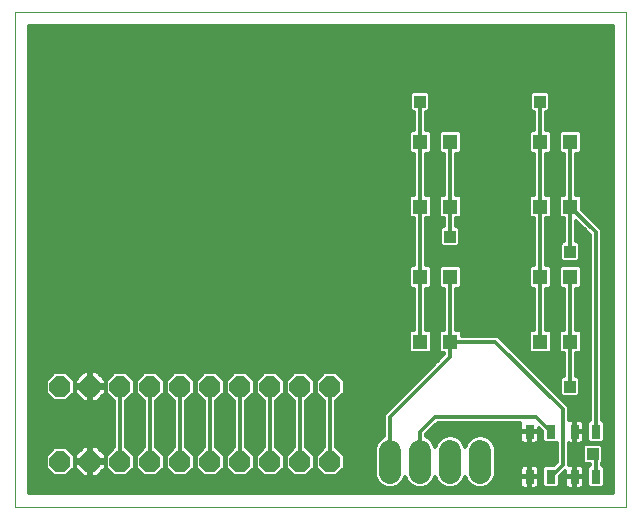
<source format=gtl>
G75*
%MOIN*%
%OFA0B0*%
%FSLAX24Y24*%
%IPPOS*%
%LPD*%
%AMOC8*
5,1,8,0,0,1.08239X$1,22.5*
%
%ADD10C,0.0000*%
%ADD11C,0.0740*%
%ADD12R,0.0500X0.0500*%
%ADD13OC8,0.0700*%
%ADD14R,0.0315X0.0472*%
%ADD15C,0.0120*%
%ADD16R,0.0396X0.0396*%
D10*
X001160Y002160D02*
X001160Y018656D01*
X021530Y018656D01*
X021530Y002160D01*
X001160Y002160D01*
D11*
X013660Y003290D02*
X013660Y004030D01*
X014660Y004030D02*
X014660Y003290D01*
X015660Y003290D02*
X015660Y004030D01*
X016660Y004030D02*
X016660Y003290D01*
D12*
X015660Y007660D03*
X014660Y007660D03*
X014660Y009820D03*
X015660Y009820D03*
X015660Y012160D03*
X014660Y012160D03*
X014660Y014320D03*
X015660Y014320D03*
X018660Y014320D03*
X019660Y014320D03*
X019660Y012160D03*
X018660Y012160D03*
X018660Y009820D03*
X019660Y009820D03*
X019660Y007660D03*
X018660Y007660D03*
D13*
X011660Y006160D03*
X010660Y006160D03*
X009660Y006160D03*
X008660Y006160D03*
X007660Y006160D03*
X006660Y006160D03*
X005660Y006160D03*
X004660Y006160D03*
X003660Y006160D03*
X002660Y006160D03*
X002660Y003660D03*
X003660Y003660D03*
X004660Y003660D03*
X005660Y003660D03*
X006660Y003660D03*
X007660Y003660D03*
X008660Y003660D03*
X009660Y003660D03*
X010660Y003660D03*
X011660Y003660D03*
D14*
X018306Y003160D03*
X019014Y003160D03*
X019806Y003160D03*
X020514Y003160D03*
X020514Y004660D03*
X019806Y004660D03*
X019014Y004660D03*
X018306Y004660D03*
D15*
X018324Y004649D02*
X018717Y004649D01*
X018717Y004675D02*
X018717Y004366D01*
X018799Y004284D01*
X019210Y004284D01*
X019210Y003639D01*
X019108Y003536D01*
X018799Y003536D01*
X018717Y003454D01*
X018717Y002866D01*
X018799Y002784D01*
X019230Y002784D01*
X019312Y002866D01*
X019312Y003175D01*
X019488Y003351D01*
X019488Y003179D01*
X019787Y003179D01*
X019787Y003556D01*
X019627Y003556D01*
X019610Y003552D01*
X019610Y004268D01*
X019627Y004264D01*
X019787Y004264D01*
X019787Y004641D01*
X019824Y004641D01*
X019824Y004264D01*
X019984Y004264D01*
X020025Y004275D01*
X020061Y004296D01*
X020091Y004326D01*
X020112Y004362D01*
X020123Y004403D01*
X020123Y004641D01*
X019824Y004641D01*
X019824Y004679D01*
X019787Y004679D01*
X019787Y005056D01*
X019627Y005056D01*
X019610Y005052D01*
X019610Y005493D01*
X017360Y007743D01*
X017243Y007860D01*
X016050Y007860D01*
X016050Y007968D01*
X015968Y008050D01*
X015860Y008050D01*
X015860Y009430D01*
X015968Y009430D01*
X016050Y009512D01*
X016050Y010128D01*
X015968Y010210D01*
X015352Y010210D01*
X015270Y010128D01*
X015270Y009512D01*
X015352Y009430D01*
X015460Y009430D01*
X015460Y008050D01*
X015352Y008050D01*
X015270Y007968D01*
X015270Y007352D01*
X015352Y007270D01*
X015460Y007270D01*
X015460Y007243D01*
X013577Y005360D01*
X013460Y005243D01*
X013460Y004499D01*
X013371Y004462D01*
X013228Y004319D01*
X013150Y004131D01*
X013150Y003189D01*
X013228Y003001D01*
X013371Y002858D01*
X013559Y002780D01*
X013761Y002780D01*
X013949Y002858D01*
X014092Y003001D01*
X014160Y003164D01*
X014228Y003001D01*
X014371Y002858D01*
X014559Y002780D01*
X014761Y002780D01*
X014949Y002858D01*
X015092Y003001D01*
X015160Y003164D01*
X015228Y003001D01*
X015371Y002858D01*
X015559Y002780D01*
X015761Y002780D01*
X015949Y002858D01*
X016092Y003001D01*
X016160Y003164D01*
X016228Y003001D01*
X016371Y002858D01*
X016559Y002780D01*
X016761Y002780D01*
X016949Y002858D01*
X017092Y003001D01*
X017170Y003189D01*
X017170Y004131D01*
X017092Y004319D01*
X016949Y004462D01*
X016761Y004540D01*
X016559Y004540D01*
X016371Y004462D01*
X016228Y004319D01*
X016160Y004156D01*
X016092Y004319D01*
X015949Y004462D01*
X015761Y004540D01*
X015559Y004540D01*
X015371Y004462D01*
X015228Y004319D01*
X015160Y004156D01*
X015092Y004319D01*
X014949Y004462D01*
X014860Y004499D01*
X014860Y004577D01*
X015243Y004960D01*
X018000Y004960D01*
X017999Y004958D01*
X017988Y004917D01*
X017988Y004679D01*
X018287Y004679D01*
X018287Y004641D01*
X018324Y004641D01*
X018324Y004264D01*
X018484Y004264D01*
X018525Y004275D01*
X018561Y004296D01*
X018591Y004326D01*
X018612Y004362D01*
X018623Y004403D01*
X018623Y004641D01*
X018324Y004641D01*
X018324Y004679D01*
X018623Y004679D01*
X018623Y004768D01*
X018717Y004675D01*
X018624Y004767D02*
X018623Y004767D01*
X018623Y004530D02*
X018717Y004530D01*
X018717Y004412D02*
X018623Y004412D01*
X018557Y004293D02*
X018790Y004293D01*
X019014Y004660D02*
X018514Y005160D01*
X015160Y005160D01*
X014660Y004660D01*
X014660Y003660D01*
X015137Y003108D02*
X015183Y003108D01*
X015239Y002990D02*
X015081Y002990D01*
X014962Y002871D02*
X015358Y002871D01*
X015962Y002871D02*
X016358Y002871D01*
X016239Y002990D02*
X016081Y002990D01*
X016137Y003108D02*
X016183Y003108D01*
X016962Y002871D02*
X017997Y002871D01*
X017999Y002862D02*
X018020Y002826D01*
X018050Y002796D01*
X018086Y002775D01*
X018127Y002764D01*
X018287Y002764D01*
X018287Y003141D01*
X018324Y003141D01*
X018324Y002764D01*
X018484Y002764D01*
X018525Y002775D01*
X018561Y002796D01*
X018591Y002826D01*
X018612Y002862D01*
X018623Y002903D01*
X018623Y003141D01*
X018324Y003141D01*
X018324Y003179D01*
X018287Y003179D01*
X018287Y003556D01*
X018127Y003556D01*
X018086Y003545D01*
X018050Y003524D01*
X018020Y003494D01*
X017999Y003458D01*
X017988Y003417D01*
X017988Y003179D01*
X018287Y003179D01*
X018287Y003141D01*
X017988Y003141D01*
X017988Y002903D01*
X017999Y002862D01*
X017988Y002990D02*
X017081Y002990D01*
X017137Y003108D02*
X017988Y003108D01*
X017988Y003227D02*
X017170Y003227D01*
X017170Y003345D02*
X017988Y003345D01*
X018002Y003464D02*
X017170Y003464D01*
X017170Y003582D02*
X019153Y003582D01*
X019210Y003701D02*
X017170Y003701D01*
X017170Y003819D02*
X019210Y003819D01*
X019210Y003938D02*
X017170Y003938D01*
X017170Y004056D02*
X019210Y004056D01*
X019210Y004175D02*
X017152Y004175D01*
X017103Y004293D02*
X018055Y004293D01*
X018050Y004296D02*
X018086Y004275D01*
X018127Y004264D01*
X018287Y004264D01*
X018287Y004641D01*
X017988Y004641D01*
X017988Y004403D01*
X017999Y004362D01*
X018020Y004326D01*
X018050Y004296D01*
X017988Y004412D02*
X017000Y004412D01*
X016786Y004530D02*
X017988Y004530D01*
X017988Y004767D02*
X015050Y004767D01*
X015168Y004886D02*
X017988Y004886D01*
X018287Y004649D02*
X014931Y004649D01*
X014860Y004530D02*
X015534Y004530D01*
X015320Y004412D02*
X015000Y004412D01*
X015103Y004293D02*
X015217Y004293D01*
X015168Y004175D02*
X015152Y004175D01*
X015786Y004530D02*
X016534Y004530D01*
X016320Y004412D02*
X016000Y004412D01*
X016103Y004293D02*
X016217Y004293D01*
X016168Y004175D02*
X016152Y004175D01*
X014358Y002871D02*
X013962Y002871D01*
X014081Y002990D02*
X014239Y002990D01*
X014183Y003108D02*
X014137Y003108D01*
X013660Y003660D02*
X013660Y005160D01*
X015660Y007160D01*
X015660Y007660D01*
X017160Y007660D01*
X019410Y005410D01*
X019410Y003556D01*
X019014Y003160D01*
X018717Y003108D02*
X018623Y003108D01*
X018623Y003179D02*
X018623Y003417D01*
X018612Y003458D01*
X018591Y003494D01*
X018561Y003524D01*
X018525Y003545D01*
X018484Y003556D01*
X018324Y003556D01*
X018324Y003179D01*
X018623Y003179D01*
X018623Y003227D02*
X018717Y003227D01*
X018717Y003345D02*
X018623Y003345D01*
X018609Y003464D02*
X018726Y003464D01*
X018324Y003464D02*
X018287Y003464D01*
X018287Y003345D02*
X018324Y003345D01*
X018324Y003227D02*
X018287Y003227D01*
X018287Y003108D02*
X018324Y003108D01*
X018324Y002990D02*
X018287Y002990D01*
X018287Y002871D02*
X018324Y002871D01*
X018615Y002871D02*
X018717Y002871D01*
X018717Y002990D02*
X018623Y002990D01*
X019312Y002990D02*
X019488Y002990D01*
X019488Y002903D02*
X019499Y002862D01*
X019520Y002826D01*
X019550Y002796D01*
X019586Y002775D01*
X019627Y002764D01*
X019787Y002764D01*
X019787Y003141D01*
X019824Y003141D01*
X019824Y002764D01*
X019984Y002764D01*
X020025Y002775D01*
X020061Y002796D01*
X020091Y002826D01*
X020112Y002862D01*
X020123Y002903D01*
X020123Y003141D01*
X019824Y003141D01*
X019824Y003179D01*
X019787Y003179D01*
X019787Y003141D01*
X019488Y003141D01*
X019488Y002903D01*
X019497Y002871D02*
X019312Y002871D01*
X019312Y003108D02*
X019488Y003108D01*
X019488Y003227D02*
X019364Y003227D01*
X019482Y003345D02*
X019488Y003345D01*
X019610Y003582D02*
X020144Y003582D01*
X020154Y003572D02*
X020314Y003572D01*
X020314Y003536D01*
X020299Y003536D01*
X020217Y003454D01*
X020217Y002866D01*
X020299Y002784D01*
X020730Y002784D01*
X020812Y002866D01*
X020812Y003454D01*
X020730Y003536D01*
X020714Y003536D01*
X020714Y003620D01*
X020748Y003654D01*
X020748Y004166D01*
X020666Y004248D01*
X020154Y004248D01*
X020072Y004166D01*
X020072Y003654D01*
X020154Y003572D01*
X020091Y003494D02*
X020061Y003524D01*
X020025Y003545D01*
X019984Y003556D01*
X019824Y003556D01*
X019824Y003179D01*
X020123Y003179D01*
X020123Y003417D01*
X020112Y003458D01*
X020091Y003494D01*
X020109Y003464D02*
X020226Y003464D01*
X020217Y003345D02*
X020123Y003345D01*
X020123Y003227D02*
X020217Y003227D01*
X020217Y003108D02*
X020123Y003108D01*
X020123Y002990D02*
X020217Y002990D01*
X020217Y002871D02*
X020115Y002871D01*
X019824Y002871D02*
X019787Y002871D01*
X019787Y002990D02*
X019824Y002990D01*
X019824Y003108D02*
X019787Y003108D01*
X019787Y003227D02*
X019824Y003227D01*
X019824Y003345D02*
X019787Y003345D01*
X019787Y003464D02*
X019824Y003464D01*
X019610Y003701D02*
X020072Y003701D01*
X020072Y003819D02*
X019610Y003819D01*
X019610Y003938D02*
X020072Y003938D01*
X020072Y004056D02*
X019610Y004056D01*
X019610Y004175D02*
X020080Y004175D01*
X020057Y004293D02*
X020290Y004293D01*
X020299Y004284D02*
X020730Y004284D01*
X020812Y004366D01*
X020812Y004954D01*
X020730Y005036D01*
X020714Y005036D01*
X020714Y011389D01*
X020050Y012053D01*
X020050Y012468D01*
X019968Y012550D01*
X019860Y012550D01*
X019860Y013930D01*
X019968Y013930D01*
X020050Y014012D01*
X020050Y014628D01*
X019968Y014710D01*
X019352Y014710D01*
X019270Y014628D01*
X019270Y014012D01*
X019352Y013930D01*
X019460Y013930D01*
X019460Y012550D01*
X019352Y012550D01*
X019270Y012468D01*
X019270Y011852D01*
X019352Y011770D01*
X019460Y011770D01*
X019460Y010998D01*
X019404Y010998D01*
X019322Y010916D01*
X019322Y010404D01*
X019404Y010322D01*
X019916Y010322D01*
X019998Y010404D01*
X019998Y010916D01*
X019916Y010998D01*
X019860Y010998D01*
X019860Y011677D01*
X020314Y011223D01*
X020314Y005036D01*
X020299Y005036D01*
X020217Y004954D01*
X020217Y004366D01*
X020299Y004284D01*
X020217Y004412D02*
X020123Y004412D01*
X020123Y004530D02*
X020217Y004530D01*
X020217Y004649D02*
X019824Y004649D01*
X019824Y004679D02*
X020123Y004679D01*
X020123Y004917D01*
X020112Y004958D01*
X020091Y004994D01*
X020061Y005024D01*
X020025Y005045D01*
X019984Y005056D01*
X019824Y005056D01*
X019824Y004679D01*
X019824Y004767D02*
X019787Y004767D01*
X019787Y004886D02*
X019824Y004886D01*
X019824Y005004D02*
X019787Y005004D01*
X019610Y005123D02*
X020314Y005123D01*
X020314Y005241D02*
X019610Y005241D01*
X019610Y005360D02*
X020314Y005360D01*
X020314Y005478D02*
X019610Y005478D01*
X019506Y005597D02*
X020314Y005597D01*
X020314Y005715D02*
X019388Y005715D01*
X019404Y005822D02*
X019322Y005904D01*
X019322Y006416D01*
X019404Y006498D01*
X019460Y006498D01*
X019460Y007270D01*
X019352Y007270D01*
X019270Y007352D01*
X019270Y007968D01*
X019352Y008050D01*
X019460Y008050D01*
X019460Y009430D01*
X019352Y009430D01*
X019270Y009512D01*
X019270Y010128D01*
X019352Y010210D01*
X019968Y010210D01*
X020050Y010128D01*
X020050Y009512D01*
X019968Y009430D01*
X019860Y009430D01*
X019860Y008050D01*
X019968Y008050D01*
X020050Y007968D01*
X020050Y007352D01*
X019968Y007270D01*
X019860Y007270D01*
X019860Y006498D01*
X019916Y006498D01*
X019998Y006416D01*
X019998Y005904D01*
X019916Y005822D01*
X019404Y005822D01*
X019392Y005834D02*
X019269Y005834D01*
X019322Y005952D02*
X019151Y005952D01*
X019032Y006071D02*
X019322Y006071D01*
X019322Y006189D02*
X018914Y006189D01*
X018795Y006308D02*
X019322Y006308D01*
X019332Y006426D02*
X018677Y006426D01*
X018558Y006545D02*
X019460Y006545D01*
X019460Y006663D02*
X018440Y006663D01*
X018321Y006782D02*
X019460Y006782D01*
X019460Y006900D02*
X018203Y006900D01*
X018084Y007019D02*
X019460Y007019D01*
X019460Y007137D02*
X017966Y007137D01*
X017847Y007256D02*
X019460Y007256D01*
X019270Y007374D02*
X019050Y007374D01*
X019050Y007352D02*
X019050Y007968D01*
X018968Y008050D01*
X018860Y008050D01*
X018860Y009430D01*
X018968Y009430D01*
X019050Y009512D01*
X019050Y010128D01*
X018968Y010210D01*
X018860Y010210D01*
X018860Y011770D01*
X018968Y011770D01*
X019050Y011852D01*
X019050Y012468D01*
X018968Y012550D01*
X018860Y012550D01*
X018860Y013930D01*
X018968Y013930D01*
X019050Y014012D01*
X019050Y014628D01*
X018968Y014710D01*
X018860Y014710D01*
X018860Y015322D01*
X018916Y015322D01*
X018998Y015404D01*
X018998Y015916D01*
X018916Y015998D01*
X018404Y015998D01*
X018322Y015916D01*
X018322Y015404D01*
X018404Y015322D01*
X018460Y015322D01*
X018460Y014710D01*
X018352Y014710D01*
X018270Y014628D01*
X018270Y014012D01*
X018352Y013930D01*
X018460Y013930D01*
X018460Y012550D01*
X018352Y012550D01*
X018270Y012468D01*
X018270Y011852D01*
X018352Y011770D01*
X018460Y011770D01*
X018460Y010210D01*
X018352Y010210D01*
X018270Y010128D01*
X018270Y009512D01*
X018352Y009430D01*
X018460Y009430D01*
X018460Y008050D01*
X018352Y008050D01*
X018270Y007968D01*
X018270Y007352D01*
X018352Y007270D01*
X018968Y007270D01*
X019050Y007352D01*
X019050Y007493D02*
X019270Y007493D01*
X019270Y007611D02*
X019050Y007611D01*
X019050Y007730D02*
X019270Y007730D01*
X019270Y007848D02*
X019050Y007848D01*
X019050Y007967D02*
X019270Y007967D01*
X019460Y008085D02*
X018860Y008085D01*
X018860Y008204D02*
X019460Y008204D01*
X019460Y008322D02*
X018860Y008322D01*
X018860Y008441D02*
X019460Y008441D01*
X019460Y008559D02*
X018860Y008559D01*
X018860Y008678D02*
X019460Y008678D01*
X019460Y008796D02*
X018860Y008796D01*
X018860Y008915D02*
X019460Y008915D01*
X019460Y009033D02*
X018860Y009033D01*
X018860Y009152D02*
X019460Y009152D01*
X019460Y009270D02*
X018860Y009270D01*
X018860Y009389D02*
X019460Y009389D01*
X019275Y009507D02*
X019045Y009507D01*
X019050Y009626D02*
X019270Y009626D01*
X019270Y009744D02*
X019050Y009744D01*
X019050Y009863D02*
X019270Y009863D01*
X019270Y009981D02*
X019050Y009981D01*
X019050Y010100D02*
X019270Y010100D01*
X019389Y010337D02*
X018860Y010337D01*
X018860Y010455D02*
X019322Y010455D01*
X019322Y010574D02*
X018860Y010574D01*
X018860Y010692D02*
X019322Y010692D01*
X019322Y010811D02*
X018860Y010811D01*
X018860Y010929D02*
X019335Y010929D01*
X019460Y011048D02*
X018860Y011048D01*
X018860Y011166D02*
X019460Y011166D01*
X019460Y011285D02*
X018860Y011285D01*
X018860Y011403D02*
X019460Y011403D01*
X019460Y011522D02*
X018860Y011522D01*
X018860Y011640D02*
X019460Y011640D01*
X019460Y011759D02*
X018860Y011759D01*
X019050Y011877D02*
X019270Y011877D01*
X019270Y011996D02*
X019050Y011996D01*
X019050Y012114D02*
X019270Y012114D01*
X019270Y012233D02*
X019050Y012233D01*
X019050Y012351D02*
X019270Y012351D01*
X019272Y012470D02*
X019048Y012470D01*
X018860Y012588D02*
X019460Y012588D01*
X019460Y012707D02*
X018860Y012707D01*
X018860Y012825D02*
X019460Y012825D01*
X019460Y012944D02*
X018860Y012944D01*
X018860Y013062D02*
X019460Y013062D01*
X019460Y013181D02*
X018860Y013181D01*
X018860Y013299D02*
X019460Y013299D01*
X019460Y013418D02*
X018860Y013418D01*
X018860Y013536D02*
X019460Y013536D01*
X019460Y013655D02*
X018860Y013655D01*
X018860Y013773D02*
X019460Y013773D01*
X019460Y013892D02*
X018860Y013892D01*
X019048Y014010D02*
X019272Y014010D01*
X019270Y014129D02*
X019050Y014129D01*
X019050Y014247D02*
X019270Y014247D01*
X019270Y014366D02*
X019050Y014366D01*
X019050Y014484D02*
X019270Y014484D01*
X019270Y014603D02*
X019050Y014603D01*
X018860Y014721D02*
X021070Y014721D01*
X021070Y014603D02*
X020050Y014603D01*
X020050Y014484D02*
X021070Y014484D01*
X021070Y014366D02*
X020050Y014366D01*
X020050Y014247D02*
X021070Y014247D01*
X021070Y014129D02*
X020050Y014129D01*
X020048Y014010D02*
X021070Y014010D01*
X021070Y013892D02*
X019860Y013892D01*
X019860Y013773D02*
X021070Y013773D01*
X021070Y013655D02*
X019860Y013655D01*
X019860Y013536D02*
X021070Y013536D01*
X021070Y013418D02*
X019860Y013418D01*
X019860Y013299D02*
X021070Y013299D01*
X021070Y013181D02*
X019860Y013181D01*
X019860Y013062D02*
X021070Y013062D01*
X021070Y012944D02*
X019860Y012944D01*
X019860Y012825D02*
X021070Y012825D01*
X021070Y012707D02*
X019860Y012707D01*
X019860Y012588D02*
X021070Y012588D01*
X021070Y012470D02*
X020048Y012470D01*
X020050Y012351D02*
X021070Y012351D01*
X021070Y012233D02*
X020050Y012233D01*
X020050Y012114D02*
X021070Y012114D01*
X021070Y011996D02*
X020107Y011996D01*
X020226Y011877D02*
X021070Y011877D01*
X021070Y011759D02*
X020344Y011759D01*
X020463Y011640D02*
X021070Y011640D01*
X021070Y011522D02*
X020581Y011522D01*
X020700Y011403D02*
X021070Y011403D01*
X021070Y011285D02*
X020714Y011285D01*
X020714Y011166D02*
X021070Y011166D01*
X021070Y011048D02*
X020714Y011048D01*
X020714Y010929D02*
X021070Y010929D01*
X021070Y010811D02*
X020714Y010811D01*
X020714Y010692D02*
X021070Y010692D01*
X021070Y010574D02*
X020714Y010574D01*
X020714Y010455D02*
X021070Y010455D01*
X021070Y010337D02*
X020714Y010337D01*
X020714Y010218D02*
X021070Y010218D01*
X021070Y010100D02*
X020714Y010100D01*
X020714Y009981D02*
X021070Y009981D01*
X021070Y009863D02*
X020714Y009863D01*
X020714Y009744D02*
X021070Y009744D01*
X021070Y009626D02*
X020714Y009626D01*
X020714Y009507D02*
X021070Y009507D01*
X021070Y009389D02*
X020714Y009389D01*
X020714Y009270D02*
X021070Y009270D01*
X021070Y009152D02*
X020714Y009152D01*
X020714Y009033D02*
X021070Y009033D01*
X021070Y008915D02*
X020714Y008915D01*
X020714Y008796D02*
X021070Y008796D01*
X021070Y008678D02*
X020714Y008678D01*
X020714Y008559D02*
X021070Y008559D01*
X021070Y008441D02*
X020714Y008441D01*
X020714Y008322D02*
X021070Y008322D01*
X021070Y008204D02*
X020714Y008204D01*
X020714Y008085D02*
X021070Y008085D01*
X021070Y007967D02*
X020714Y007967D01*
X020714Y007848D02*
X021070Y007848D01*
X021070Y007730D02*
X020714Y007730D01*
X020714Y007611D02*
X021070Y007611D01*
X021070Y007493D02*
X020714Y007493D01*
X020714Y007374D02*
X021070Y007374D01*
X021070Y007256D02*
X020714Y007256D01*
X020714Y007137D02*
X021070Y007137D01*
X021070Y007019D02*
X020714Y007019D01*
X020714Y006900D02*
X021070Y006900D01*
X021070Y006782D02*
X020714Y006782D01*
X020714Y006663D02*
X021070Y006663D01*
X021070Y006545D02*
X020714Y006545D01*
X020714Y006426D02*
X021070Y006426D01*
X021070Y006308D02*
X020714Y006308D01*
X020714Y006189D02*
X021070Y006189D01*
X021070Y006071D02*
X020714Y006071D01*
X020714Y005952D02*
X021070Y005952D01*
X021070Y005834D02*
X020714Y005834D01*
X020714Y005715D02*
X021070Y005715D01*
X021070Y005597D02*
X020714Y005597D01*
X020714Y005478D02*
X021070Y005478D01*
X021070Y005360D02*
X020714Y005360D01*
X020714Y005241D02*
X021070Y005241D01*
X021070Y005123D02*
X020714Y005123D01*
X020762Y005004D02*
X021070Y005004D01*
X021070Y004886D02*
X020812Y004886D01*
X020812Y004767D02*
X021070Y004767D01*
X021070Y004649D02*
X020812Y004649D01*
X020812Y004530D02*
X021070Y004530D01*
X021070Y004412D02*
X020812Y004412D01*
X020739Y004293D02*
X021070Y004293D01*
X021070Y004175D02*
X020740Y004175D01*
X020748Y004056D02*
X021070Y004056D01*
X021070Y003938D02*
X020748Y003938D01*
X020748Y003819D02*
X021070Y003819D01*
X021070Y003701D02*
X020748Y003701D01*
X020714Y003582D02*
X021070Y003582D01*
X021070Y003464D02*
X020803Y003464D01*
X020812Y003345D02*
X021070Y003345D01*
X021070Y003227D02*
X020812Y003227D01*
X020812Y003108D02*
X021070Y003108D01*
X021070Y002990D02*
X020812Y002990D01*
X020812Y002871D02*
X021070Y002871D01*
X021070Y002753D02*
X001620Y002753D01*
X001620Y002871D02*
X013358Y002871D01*
X013239Y002990D02*
X001620Y002990D01*
X001620Y003108D02*
X013183Y003108D01*
X013150Y003227D02*
X011919Y003227D01*
X011863Y003170D02*
X012150Y003457D01*
X012150Y003863D01*
X011863Y004150D01*
X011860Y004150D01*
X011860Y005670D01*
X011863Y005670D01*
X012150Y005957D01*
X012150Y006363D01*
X011863Y006650D01*
X011457Y006650D01*
X011170Y006363D01*
X011170Y005957D01*
X011457Y005670D01*
X011460Y005670D01*
X011460Y004150D01*
X011457Y004150D01*
X011170Y003863D01*
X011170Y003457D01*
X011457Y003170D01*
X011863Y003170D01*
X012038Y003345D02*
X013150Y003345D01*
X013150Y003464D02*
X012150Y003464D01*
X012150Y003582D02*
X013150Y003582D01*
X013150Y003701D02*
X012150Y003701D01*
X012150Y003819D02*
X013150Y003819D01*
X013150Y003938D02*
X012075Y003938D01*
X011957Y004056D02*
X013150Y004056D01*
X013168Y004175D02*
X011860Y004175D01*
X011860Y004293D02*
X013217Y004293D01*
X013320Y004412D02*
X011860Y004412D01*
X011860Y004530D02*
X013460Y004530D01*
X013460Y004649D02*
X011860Y004649D01*
X011860Y004767D02*
X013460Y004767D01*
X013460Y004886D02*
X011860Y004886D01*
X011860Y005004D02*
X013460Y005004D01*
X013460Y005123D02*
X011860Y005123D01*
X011860Y005241D02*
X013460Y005241D01*
X013577Y005360D02*
X011860Y005360D01*
X011860Y005478D02*
X013695Y005478D01*
X013814Y005597D02*
X011860Y005597D01*
X011908Y005715D02*
X013932Y005715D01*
X014051Y005834D02*
X012026Y005834D01*
X012145Y005952D02*
X014169Y005952D01*
X014288Y006071D02*
X012150Y006071D01*
X012150Y006189D02*
X014406Y006189D01*
X014525Y006308D02*
X012150Y006308D01*
X012087Y006426D02*
X014643Y006426D01*
X014762Y006545D02*
X011968Y006545D01*
X011660Y006160D02*
X011660Y003660D01*
X011282Y003345D02*
X011038Y003345D01*
X011150Y003457D02*
X010863Y003170D01*
X010457Y003170D01*
X010170Y003457D01*
X010170Y003863D01*
X010457Y004150D01*
X010460Y004150D01*
X010460Y005670D01*
X010457Y005670D01*
X010170Y005957D01*
X010170Y006363D01*
X010457Y006650D01*
X010863Y006650D01*
X011150Y006363D01*
X011150Y005957D01*
X010863Y005670D01*
X010860Y005670D01*
X010860Y004150D01*
X010863Y004150D01*
X011150Y003863D01*
X011150Y003457D01*
X011150Y003464D02*
X011170Y003464D01*
X011170Y003582D02*
X011150Y003582D01*
X011150Y003701D02*
X011170Y003701D01*
X011170Y003819D02*
X011150Y003819D01*
X011075Y003938D02*
X011245Y003938D01*
X011363Y004056D02*
X010957Y004056D01*
X010860Y004175D02*
X011460Y004175D01*
X011460Y004293D02*
X010860Y004293D01*
X010860Y004412D02*
X011460Y004412D01*
X011460Y004530D02*
X010860Y004530D01*
X010860Y004649D02*
X011460Y004649D01*
X011460Y004767D02*
X010860Y004767D01*
X010860Y004886D02*
X011460Y004886D01*
X011460Y005004D02*
X010860Y005004D01*
X010860Y005123D02*
X011460Y005123D01*
X011460Y005241D02*
X010860Y005241D01*
X010860Y005360D02*
X011460Y005360D01*
X011460Y005478D02*
X010860Y005478D01*
X010860Y005597D02*
X011460Y005597D01*
X011412Y005715D02*
X010908Y005715D01*
X011026Y005834D02*
X011294Y005834D01*
X011175Y005952D02*
X011145Y005952D01*
X011150Y006071D02*
X011170Y006071D01*
X011170Y006189D02*
X011150Y006189D01*
X011150Y006308D02*
X011170Y006308D01*
X011233Y006426D02*
X011087Y006426D01*
X010968Y006545D02*
X011352Y006545D01*
X010660Y006160D02*
X010660Y003660D01*
X010282Y003345D02*
X010038Y003345D01*
X010150Y003457D02*
X010150Y003863D01*
X009863Y004150D01*
X009860Y004150D01*
X009860Y005670D01*
X009863Y005670D01*
X010150Y005957D01*
X010150Y006363D01*
X009863Y006650D01*
X009457Y006650D01*
X009170Y006363D01*
X009170Y005957D01*
X009457Y005670D01*
X009460Y005670D01*
X009460Y004150D01*
X009457Y004150D01*
X009170Y003863D01*
X009170Y003457D01*
X009457Y003170D01*
X009863Y003170D01*
X010150Y003457D01*
X010150Y003464D02*
X010170Y003464D01*
X010170Y003582D02*
X010150Y003582D01*
X010150Y003701D02*
X010170Y003701D01*
X010170Y003819D02*
X010150Y003819D01*
X010075Y003938D02*
X010245Y003938D01*
X010363Y004056D02*
X009957Y004056D01*
X009860Y004175D02*
X010460Y004175D01*
X010460Y004293D02*
X009860Y004293D01*
X009860Y004412D02*
X010460Y004412D01*
X010460Y004530D02*
X009860Y004530D01*
X009860Y004649D02*
X010460Y004649D01*
X010460Y004767D02*
X009860Y004767D01*
X009860Y004886D02*
X010460Y004886D01*
X010460Y005004D02*
X009860Y005004D01*
X009860Y005123D02*
X010460Y005123D01*
X010460Y005241D02*
X009860Y005241D01*
X009860Y005360D02*
X010460Y005360D01*
X010460Y005478D02*
X009860Y005478D01*
X009860Y005597D02*
X010460Y005597D01*
X010412Y005715D02*
X009908Y005715D01*
X010026Y005834D02*
X010294Y005834D01*
X010175Y005952D02*
X010145Y005952D01*
X010150Y006071D02*
X010170Y006071D01*
X010170Y006189D02*
X010150Y006189D01*
X010150Y006308D02*
X010170Y006308D01*
X010233Y006426D02*
X010087Y006426D01*
X009968Y006545D02*
X010352Y006545D01*
X009660Y006160D02*
X009660Y003660D01*
X009170Y003701D02*
X009150Y003701D01*
X009150Y003819D02*
X009170Y003819D01*
X009150Y003863D02*
X008863Y004150D01*
X008860Y004150D01*
X008860Y005670D01*
X008863Y005670D01*
X009150Y005957D01*
X009150Y006363D01*
X008863Y006650D01*
X008457Y006650D01*
X008170Y006363D01*
X008170Y005957D01*
X008457Y005670D01*
X008460Y005670D01*
X008460Y004150D01*
X008457Y004150D01*
X008170Y003863D01*
X008170Y003457D01*
X008457Y003170D01*
X008863Y003170D01*
X009150Y003457D01*
X009150Y003863D01*
X009075Y003938D02*
X009245Y003938D01*
X009363Y004056D02*
X008957Y004056D01*
X008860Y004175D02*
X009460Y004175D01*
X009460Y004293D02*
X008860Y004293D01*
X008860Y004412D02*
X009460Y004412D01*
X009460Y004530D02*
X008860Y004530D01*
X008860Y004649D02*
X009460Y004649D01*
X009460Y004767D02*
X008860Y004767D01*
X008860Y004886D02*
X009460Y004886D01*
X009460Y005004D02*
X008860Y005004D01*
X008860Y005123D02*
X009460Y005123D01*
X009460Y005241D02*
X008860Y005241D01*
X008860Y005360D02*
X009460Y005360D01*
X009460Y005478D02*
X008860Y005478D01*
X008860Y005597D02*
X009460Y005597D01*
X009412Y005715D02*
X008908Y005715D01*
X009026Y005834D02*
X009294Y005834D01*
X009175Y005952D02*
X009145Y005952D01*
X009150Y006071D02*
X009170Y006071D01*
X009170Y006189D02*
X009150Y006189D01*
X009150Y006308D02*
X009170Y006308D01*
X009233Y006426D02*
X009087Y006426D01*
X008968Y006545D02*
X009352Y006545D01*
X008660Y006160D02*
X008660Y003660D01*
X009038Y003345D02*
X009282Y003345D01*
X009170Y003464D02*
X009150Y003464D01*
X009150Y003582D02*
X009170Y003582D01*
X009401Y003227D02*
X008919Y003227D01*
X008401Y003227D02*
X007919Y003227D01*
X007863Y003170D02*
X008150Y003457D01*
X008150Y003863D01*
X007863Y004150D01*
X007860Y004150D01*
X007860Y005670D01*
X007863Y005670D01*
X008150Y005957D01*
X008150Y006363D01*
X007863Y006650D01*
X007457Y006650D01*
X007170Y006363D01*
X007170Y005957D01*
X007457Y005670D01*
X007460Y005670D01*
X007460Y004150D01*
X007457Y004150D01*
X007170Y003863D01*
X007170Y003457D01*
X007457Y003170D01*
X007863Y003170D01*
X008038Y003345D02*
X008282Y003345D01*
X008170Y003464D02*
X008150Y003464D01*
X008150Y003582D02*
X008170Y003582D01*
X008170Y003701D02*
X008150Y003701D01*
X008150Y003819D02*
X008170Y003819D01*
X008245Y003938D02*
X008075Y003938D01*
X007957Y004056D02*
X008363Y004056D01*
X008460Y004175D02*
X007860Y004175D01*
X007860Y004293D02*
X008460Y004293D01*
X008460Y004412D02*
X007860Y004412D01*
X007860Y004530D02*
X008460Y004530D01*
X008460Y004649D02*
X007860Y004649D01*
X007860Y004767D02*
X008460Y004767D01*
X008460Y004886D02*
X007860Y004886D01*
X007860Y005004D02*
X008460Y005004D01*
X008460Y005123D02*
X007860Y005123D01*
X007860Y005241D02*
X008460Y005241D01*
X008460Y005360D02*
X007860Y005360D01*
X007860Y005478D02*
X008460Y005478D01*
X008460Y005597D02*
X007860Y005597D01*
X007908Y005715D02*
X008412Y005715D01*
X008294Y005834D02*
X008026Y005834D01*
X008145Y005952D02*
X008175Y005952D01*
X008170Y006071D02*
X008150Y006071D01*
X008150Y006189D02*
X008170Y006189D01*
X008170Y006308D02*
X008150Y006308D01*
X008087Y006426D02*
X008233Y006426D01*
X008352Y006545D02*
X007968Y006545D01*
X007660Y006160D02*
X007660Y003660D01*
X007282Y003345D02*
X007038Y003345D01*
X007150Y003457D02*
X006863Y003170D01*
X006457Y003170D01*
X006170Y003457D01*
X006170Y003863D01*
X006457Y004150D01*
X006460Y004150D01*
X006460Y005670D01*
X006457Y005670D01*
X006170Y005957D01*
X006170Y006363D01*
X006457Y006650D01*
X006863Y006650D01*
X007150Y006363D01*
X007150Y005957D01*
X006863Y005670D01*
X006860Y005670D01*
X006860Y004150D01*
X006863Y004150D01*
X007150Y003863D01*
X007150Y003457D01*
X007150Y003464D02*
X007170Y003464D01*
X007170Y003582D02*
X007150Y003582D01*
X007150Y003701D02*
X007170Y003701D01*
X007170Y003819D02*
X007150Y003819D01*
X007075Y003938D02*
X007245Y003938D01*
X007363Y004056D02*
X006957Y004056D01*
X006860Y004175D02*
X007460Y004175D01*
X007460Y004293D02*
X006860Y004293D01*
X006860Y004412D02*
X007460Y004412D01*
X007460Y004530D02*
X006860Y004530D01*
X006860Y004649D02*
X007460Y004649D01*
X007460Y004767D02*
X006860Y004767D01*
X006860Y004886D02*
X007460Y004886D01*
X007460Y005004D02*
X006860Y005004D01*
X006860Y005123D02*
X007460Y005123D01*
X007460Y005241D02*
X006860Y005241D01*
X006860Y005360D02*
X007460Y005360D01*
X007460Y005478D02*
X006860Y005478D01*
X006860Y005597D02*
X007460Y005597D01*
X007412Y005715D02*
X006908Y005715D01*
X007026Y005834D02*
X007294Y005834D01*
X007175Y005952D02*
X007145Y005952D01*
X007150Y006071D02*
X007170Y006071D01*
X007170Y006189D02*
X007150Y006189D01*
X007150Y006308D02*
X007170Y006308D01*
X007233Y006426D02*
X007087Y006426D01*
X006968Y006545D02*
X007352Y006545D01*
X006660Y006160D02*
X006660Y003660D01*
X006170Y003701D02*
X006150Y003701D01*
X006150Y003819D02*
X006170Y003819D01*
X006150Y003863D02*
X005863Y004150D01*
X005860Y004150D01*
X005860Y005670D01*
X005863Y005670D01*
X006150Y005957D01*
X006150Y006363D01*
X005863Y006650D01*
X005457Y006650D01*
X005170Y006363D01*
X005170Y005957D01*
X005457Y005670D01*
X005460Y005670D01*
X005460Y004150D01*
X005457Y004150D01*
X005170Y003863D01*
X005170Y003457D01*
X005457Y003170D01*
X005863Y003170D01*
X006150Y003457D01*
X006150Y003863D01*
X006075Y003938D02*
X006245Y003938D01*
X006363Y004056D02*
X005957Y004056D01*
X005860Y004175D02*
X006460Y004175D01*
X006460Y004293D02*
X005860Y004293D01*
X005860Y004412D02*
X006460Y004412D01*
X006460Y004530D02*
X005860Y004530D01*
X005860Y004649D02*
X006460Y004649D01*
X006460Y004767D02*
X005860Y004767D01*
X005860Y004886D02*
X006460Y004886D01*
X006460Y005004D02*
X005860Y005004D01*
X005860Y005123D02*
X006460Y005123D01*
X006460Y005241D02*
X005860Y005241D01*
X005860Y005360D02*
X006460Y005360D01*
X006460Y005478D02*
X005860Y005478D01*
X005860Y005597D02*
X006460Y005597D01*
X006412Y005715D02*
X005908Y005715D01*
X006026Y005834D02*
X006294Y005834D01*
X006175Y005952D02*
X006145Y005952D01*
X006150Y006071D02*
X006170Y006071D01*
X006170Y006189D02*
X006150Y006189D01*
X006150Y006308D02*
X006170Y006308D01*
X006233Y006426D02*
X006087Y006426D01*
X005968Y006545D02*
X006352Y006545D01*
X005660Y006160D02*
X005660Y003660D01*
X006038Y003345D02*
X006282Y003345D01*
X006170Y003464D02*
X006150Y003464D01*
X006150Y003582D02*
X006170Y003582D01*
X006401Y003227D02*
X005919Y003227D01*
X005401Y003227D02*
X004919Y003227D01*
X004863Y003170D02*
X005150Y003457D01*
X005150Y003863D01*
X004863Y004150D01*
X004860Y004150D01*
X004860Y005670D01*
X004863Y005670D01*
X005150Y005957D01*
X005150Y006363D01*
X004863Y006650D01*
X004457Y006650D01*
X004170Y006363D01*
X004170Y005957D01*
X004457Y005670D01*
X004460Y005670D01*
X004460Y004150D01*
X004457Y004150D01*
X004170Y003863D01*
X004170Y003457D01*
X004457Y003170D01*
X004863Y003170D01*
X005038Y003345D02*
X005282Y003345D01*
X005170Y003464D02*
X005150Y003464D01*
X005150Y003582D02*
X005170Y003582D01*
X005170Y003701D02*
X005150Y003701D01*
X005150Y003819D02*
X005170Y003819D01*
X005245Y003938D02*
X005075Y003938D01*
X004957Y004056D02*
X005363Y004056D01*
X005460Y004175D02*
X004860Y004175D01*
X004860Y004293D02*
X005460Y004293D01*
X005460Y004412D02*
X004860Y004412D01*
X004860Y004530D02*
X005460Y004530D01*
X005460Y004649D02*
X004860Y004649D01*
X004860Y004767D02*
X005460Y004767D01*
X005460Y004886D02*
X004860Y004886D01*
X004860Y005004D02*
X005460Y005004D01*
X005460Y005123D02*
X004860Y005123D01*
X004860Y005241D02*
X005460Y005241D01*
X005460Y005360D02*
X004860Y005360D01*
X004860Y005478D02*
X005460Y005478D01*
X005460Y005597D02*
X004860Y005597D01*
X004908Y005715D02*
X005412Y005715D01*
X005294Y005834D02*
X005026Y005834D01*
X005145Y005952D02*
X005175Y005952D01*
X005170Y006071D02*
X005150Y006071D01*
X005150Y006189D02*
X005170Y006189D01*
X005170Y006308D02*
X005150Y006308D01*
X005087Y006426D02*
X005233Y006426D01*
X005352Y006545D02*
X004968Y006545D01*
X004660Y006160D02*
X004660Y003660D01*
X004282Y003345D02*
X004066Y003345D01*
X004170Y003449D02*
X004170Y003620D01*
X003700Y003620D01*
X003700Y003700D01*
X003620Y003700D01*
X003620Y004170D01*
X003449Y004170D01*
X003150Y003871D01*
X003150Y003700D01*
X003620Y003700D01*
X003620Y003620D01*
X003150Y003620D01*
X003150Y003449D01*
X003449Y003150D01*
X003620Y003150D01*
X003620Y003620D01*
X003700Y003620D01*
X003700Y003150D01*
X003871Y003150D01*
X004170Y003449D01*
X004170Y003464D02*
X004170Y003464D01*
X004170Y003582D02*
X004170Y003582D01*
X004170Y003700D02*
X004170Y003871D01*
X003871Y004170D01*
X003700Y004170D01*
X003700Y003700D01*
X004170Y003700D01*
X004170Y003701D02*
X004170Y003701D01*
X004170Y003819D02*
X004170Y003819D01*
X004104Y003938D02*
X004245Y003938D01*
X004363Y004056D02*
X003985Y004056D01*
X003700Y004056D02*
X003620Y004056D01*
X003620Y003938D02*
X003700Y003938D01*
X003700Y003819D02*
X003620Y003819D01*
X003620Y003701D02*
X003700Y003701D01*
X003660Y003660D02*
X003660Y006160D01*
X003700Y006189D02*
X004170Y006189D01*
X004170Y006200D02*
X004170Y006371D01*
X003871Y006670D01*
X003700Y006670D01*
X003700Y006200D01*
X003620Y006200D01*
X003620Y006670D01*
X003449Y006670D01*
X003150Y006371D01*
X003150Y006200D01*
X003620Y006200D01*
X003620Y006120D01*
X003150Y006120D01*
X003150Y005949D01*
X003449Y005650D01*
X003620Y005650D01*
X003620Y006120D01*
X003700Y006120D01*
X003700Y006200D01*
X004170Y006200D01*
X004170Y006120D02*
X003700Y006120D01*
X003700Y005650D01*
X003871Y005650D01*
X004170Y005949D01*
X004170Y006120D01*
X004170Y006071D02*
X004170Y006071D01*
X004170Y005952D02*
X004175Y005952D01*
X004294Y005834D02*
X004055Y005834D01*
X003936Y005715D02*
X004412Y005715D01*
X004460Y005597D02*
X001620Y005597D01*
X001620Y005715D02*
X002412Y005715D01*
X002457Y005670D02*
X002863Y005670D01*
X003150Y005957D01*
X003150Y006363D01*
X002863Y006650D01*
X002457Y006650D01*
X002170Y006363D01*
X002170Y005957D01*
X002457Y005670D01*
X002294Y005834D02*
X001620Y005834D01*
X001620Y005952D02*
X002175Y005952D01*
X002170Y006071D02*
X001620Y006071D01*
X001620Y006189D02*
X002170Y006189D01*
X002170Y006308D02*
X001620Y006308D01*
X001620Y006426D02*
X002233Y006426D01*
X002352Y006545D02*
X001620Y006545D01*
X001620Y006663D02*
X003442Y006663D01*
X003323Y006545D02*
X002968Y006545D01*
X003087Y006426D02*
X003205Y006426D01*
X003150Y006308D02*
X003150Y006308D01*
X003150Y006189D02*
X003620Y006189D01*
X003620Y006071D02*
X003700Y006071D01*
X003700Y005952D02*
X003620Y005952D01*
X003620Y005834D02*
X003700Y005834D01*
X003700Y005715D02*
X003620Y005715D01*
X003384Y005715D02*
X002908Y005715D01*
X003026Y005834D02*
X003265Y005834D01*
X003150Y005952D02*
X003145Y005952D01*
X003150Y006071D02*
X003150Y006071D01*
X003620Y006308D02*
X003700Y006308D01*
X003700Y006426D02*
X003620Y006426D01*
X003620Y006545D02*
X003700Y006545D01*
X003700Y006663D02*
X003620Y006663D01*
X003878Y006663D02*
X014880Y006663D01*
X014999Y006782D02*
X001620Y006782D01*
X001620Y006900D02*
X015117Y006900D01*
X015236Y007019D02*
X001620Y007019D01*
X001620Y007137D02*
X015354Y007137D01*
X015460Y007256D02*
X001620Y007256D01*
X001620Y007374D02*
X014270Y007374D01*
X014270Y007352D02*
X014352Y007270D01*
X014968Y007270D01*
X015050Y007352D01*
X015050Y007968D01*
X014968Y008050D01*
X014860Y008050D01*
X014860Y009430D01*
X014968Y009430D01*
X015050Y009512D01*
X015050Y010128D01*
X014968Y010210D01*
X014860Y010210D01*
X014860Y011770D01*
X014968Y011770D01*
X015050Y011852D01*
X015050Y012468D01*
X014968Y012550D01*
X014860Y012550D01*
X014860Y013930D01*
X014968Y013930D01*
X015050Y014012D01*
X015050Y014628D01*
X014968Y014710D01*
X014860Y014710D01*
X014860Y015322D01*
X014916Y015322D01*
X014998Y015404D01*
X014998Y015916D01*
X014916Y015998D01*
X014404Y015998D01*
X014322Y015916D01*
X014322Y015404D01*
X014404Y015322D01*
X014460Y015322D01*
X014460Y014710D01*
X014352Y014710D01*
X014270Y014628D01*
X014270Y014012D01*
X014352Y013930D01*
X014460Y013930D01*
X014460Y012550D01*
X014352Y012550D01*
X014270Y012468D01*
X014270Y011852D01*
X014352Y011770D01*
X014460Y011770D01*
X014460Y010210D01*
X014352Y010210D01*
X014270Y010128D01*
X014270Y009512D01*
X014352Y009430D01*
X014460Y009430D01*
X014460Y008050D01*
X014352Y008050D01*
X014270Y007968D01*
X014270Y007352D01*
X014270Y007493D02*
X001620Y007493D01*
X001620Y007611D02*
X014270Y007611D01*
X014270Y007730D02*
X001620Y007730D01*
X001620Y007848D02*
X014270Y007848D01*
X014270Y007967D02*
X001620Y007967D01*
X001620Y008085D02*
X014460Y008085D01*
X014460Y008204D02*
X001620Y008204D01*
X001620Y008322D02*
X014460Y008322D01*
X014460Y008441D02*
X001620Y008441D01*
X001620Y008559D02*
X014460Y008559D01*
X014460Y008678D02*
X001620Y008678D01*
X001620Y008796D02*
X014460Y008796D01*
X014460Y008915D02*
X001620Y008915D01*
X001620Y009033D02*
X014460Y009033D01*
X014460Y009152D02*
X001620Y009152D01*
X001620Y009270D02*
X014460Y009270D01*
X014460Y009389D02*
X001620Y009389D01*
X001620Y009507D02*
X014275Y009507D01*
X014270Y009626D02*
X001620Y009626D01*
X001620Y009744D02*
X014270Y009744D01*
X014270Y009863D02*
X001620Y009863D01*
X001620Y009981D02*
X014270Y009981D01*
X014270Y010100D02*
X001620Y010100D01*
X001620Y010218D02*
X014460Y010218D01*
X014460Y010337D02*
X001620Y010337D01*
X001620Y010455D02*
X014460Y010455D01*
X014460Y010574D02*
X001620Y010574D01*
X001620Y010692D02*
X014460Y010692D01*
X014460Y010811D02*
X001620Y010811D01*
X001620Y010929D02*
X014460Y010929D01*
X014460Y011048D02*
X001620Y011048D01*
X001620Y011166D02*
X014460Y011166D01*
X014460Y011285D02*
X001620Y011285D01*
X001620Y011403D02*
X014460Y011403D01*
X014460Y011522D02*
X001620Y011522D01*
X001620Y011640D02*
X014460Y011640D01*
X014460Y011759D02*
X001620Y011759D01*
X001620Y011877D02*
X014270Y011877D01*
X014270Y011996D02*
X001620Y011996D01*
X001620Y012114D02*
X014270Y012114D01*
X014270Y012233D02*
X001620Y012233D01*
X001620Y012351D02*
X014270Y012351D01*
X014272Y012470D02*
X001620Y012470D01*
X001620Y012588D02*
X014460Y012588D01*
X014460Y012707D02*
X001620Y012707D01*
X001620Y012825D02*
X014460Y012825D01*
X014460Y012944D02*
X001620Y012944D01*
X001620Y013062D02*
X014460Y013062D01*
X014460Y013181D02*
X001620Y013181D01*
X001620Y013299D02*
X014460Y013299D01*
X014460Y013418D02*
X001620Y013418D01*
X001620Y013536D02*
X014460Y013536D01*
X014460Y013655D02*
X001620Y013655D01*
X001620Y013773D02*
X014460Y013773D01*
X014460Y013892D02*
X001620Y013892D01*
X001620Y014010D02*
X014272Y014010D01*
X014270Y014129D02*
X001620Y014129D01*
X001620Y014247D02*
X014270Y014247D01*
X014270Y014366D02*
X001620Y014366D01*
X001620Y014484D02*
X014270Y014484D01*
X014270Y014603D02*
X001620Y014603D01*
X001620Y014721D02*
X014460Y014721D01*
X014460Y014840D02*
X001620Y014840D01*
X001620Y014958D02*
X014460Y014958D01*
X014460Y015077D02*
X001620Y015077D01*
X001620Y015195D02*
X014460Y015195D01*
X014460Y015314D02*
X001620Y015314D01*
X001620Y015432D02*
X014322Y015432D01*
X014322Y015551D02*
X001620Y015551D01*
X001620Y015669D02*
X014322Y015669D01*
X014322Y015788D02*
X001620Y015788D01*
X001620Y015906D02*
X014322Y015906D01*
X014660Y015660D02*
X014660Y014320D01*
X014660Y012160D01*
X014660Y009820D01*
X014660Y007660D01*
X015050Y007611D02*
X015270Y007611D01*
X015270Y007493D02*
X015050Y007493D01*
X015050Y007374D02*
X015270Y007374D01*
X015270Y007730D02*
X015050Y007730D01*
X015050Y007848D02*
X015270Y007848D01*
X015270Y007967D02*
X015050Y007967D01*
X014860Y008085D02*
X015460Y008085D01*
X015460Y008204D02*
X014860Y008204D01*
X014860Y008322D02*
X015460Y008322D01*
X015460Y008441D02*
X014860Y008441D01*
X014860Y008559D02*
X015460Y008559D01*
X015460Y008678D02*
X014860Y008678D01*
X014860Y008796D02*
X015460Y008796D01*
X015460Y008915D02*
X014860Y008915D01*
X014860Y009033D02*
X015460Y009033D01*
X015460Y009152D02*
X014860Y009152D01*
X014860Y009270D02*
X015460Y009270D01*
X015460Y009389D02*
X014860Y009389D01*
X015045Y009507D02*
X015275Y009507D01*
X015270Y009626D02*
X015050Y009626D01*
X015050Y009744D02*
X015270Y009744D01*
X015270Y009863D02*
X015050Y009863D01*
X015050Y009981D02*
X015270Y009981D01*
X015270Y010100D02*
X015050Y010100D01*
X014860Y010218D02*
X018460Y010218D01*
X018460Y010337D02*
X014860Y010337D01*
X014860Y010455D02*
X018460Y010455D01*
X018460Y010574D02*
X014860Y010574D01*
X014860Y010692D02*
X018460Y010692D01*
X018460Y010811D02*
X014860Y010811D01*
X014860Y010929D02*
X015322Y010929D01*
X015322Y010904D02*
X015404Y010822D01*
X015916Y010822D01*
X015998Y010904D01*
X015998Y011416D01*
X015916Y011498D01*
X015860Y011498D01*
X015860Y011770D01*
X015968Y011770D01*
X016050Y011852D01*
X016050Y012468D01*
X015968Y012550D01*
X015860Y012550D01*
X015860Y013930D01*
X015968Y013930D01*
X016050Y014012D01*
X016050Y014628D01*
X015968Y014710D01*
X015352Y014710D01*
X015270Y014628D01*
X015270Y014012D01*
X015352Y013930D01*
X015460Y013930D01*
X015460Y012550D01*
X015352Y012550D01*
X015270Y012468D01*
X015270Y011852D01*
X015352Y011770D01*
X015460Y011770D01*
X015460Y011498D01*
X015404Y011498D01*
X015322Y011416D01*
X015322Y010904D01*
X015322Y011048D02*
X014860Y011048D01*
X014860Y011166D02*
X015322Y011166D01*
X015322Y011285D02*
X014860Y011285D01*
X014860Y011403D02*
X015322Y011403D01*
X015460Y011522D02*
X014860Y011522D01*
X014860Y011640D02*
X015460Y011640D01*
X015460Y011759D02*
X014860Y011759D01*
X015050Y011877D02*
X015270Y011877D01*
X015270Y011996D02*
X015050Y011996D01*
X015050Y012114D02*
X015270Y012114D01*
X015270Y012233D02*
X015050Y012233D01*
X015050Y012351D02*
X015270Y012351D01*
X015272Y012470D02*
X015048Y012470D01*
X014860Y012588D02*
X015460Y012588D01*
X015460Y012707D02*
X014860Y012707D01*
X014860Y012825D02*
X015460Y012825D01*
X015460Y012944D02*
X014860Y012944D01*
X014860Y013062D02*
X015460Y013062D01*
X015460Y013181D02*
X014860Y013181D01*
X014860Y013299D02*
X015460Y013299D01*
X015460Y013418D02*
X014860Y013418D01*
X014860Y013536D02*
X015460Y013536D01*
X015460Y013655D02*
X014860Y013655D01*
X014860Y013773D02*
X015460Y013773D01*
X015460Y013892D02*
X014860Y013892D01*
X015048Y014010D02*
X015272Y014010D01*
X015270Y014129D02*
X015050Y014129D01*
X015050Y014247D02*
X015270Y014247D01*
X015270Y014366D02*
X015050Y014366D01*
X015050Y014484D02*
X015270Y014484D01*
X015270Y014603D02*
X015050Y014603D01*
X014860Y014721D02*
X018460Y014721D01*
X018460Y014840D02*
X014860Y014840D01*
X014860Y014958D02*
X018460Y014958D01*
X018460Y015077D02*
X014860Y015077D01*
X014860Y015195D02*
X018460Y015195D01*
X018460Y015314D02*
X014860Y015314D01*
X014998Y015432D02*
X018322Y015432D01*
X018322Y015551D02*
X014998Y015551D01*
X014998Y015669D02*
X018322Y015669D01*
X018322Y015788D02*
X014998Y015788D01*
X014998Y015906D02*
X018322Y015906D01*
X018660Y015660D02*
X018660Y014320D01*
X018660Y012160D01*
X018660Y009820D01*
X018660Y007660D01*
X018270Y007611D02*
X017492Y007611D01*
X017610Y007493D02*
X018270Y007493D01*
X018270Y007374D02*
X017729Y007374D01*
X017373Y007730D02*
X018270Y007730D01*
X018270Y007848D02*
X017255Y007848D01*
X018270Y007967D02*
X016050Y007967D01*
X015860Y008085D02*
X018460Y008085D01*
X018460Y008204D02*
X015860Y008204D01*
X015860Y008322D02*
X018460Y008322D01*
X018460Y008441D02*
X015860Y008441D01*
X015860Y008559D02*
X018460Y008559D01*
X018460Y008678D02*
X015860Y008678D01*
X015860Y008796D02*
X018460Y008796D01*
X018460Y008915D02*
X015860Y008915D01*
X015860Y009033D02*
X018460Y009033D01*
X018460Y009152D02*
X015860Y009152D01*
X015860Y009270D02*
X018460Y009270D01*
X018460Y009389D02*
X015860Y009389D01*
X016045Y009507D02*
X018275Y009507D01*
X018270Y009626D02*
X016050Y009626D01*
X016050Y009744D02*
X018270Y009744D01*
X018270Y009863D02*
X016050Y009863D01*
X016050Y009981D02*
X018270Y009981D01*
X018270Y010100D02*
X016050Y010100D01*
X015660Y009820D02*
X015660Y007660D01*
X018860Y010218D02*
X020314Y010218D01*
X020314Y010100D02*
X020050Y010100D01*
X020050Y009981D02*
X020314Y009981D01*
X020314Y009863D02*
X020050Y009863D01*
X020050Y009744D02*
X020314Y009744D01*
X020314Y009626D02*
X020050Y009626D01*
X020045Y009507D02*
X020314Y009507D01*
X020314Y009389D02*
X019860Y009389D01*
X019860Y009270D02*
X020314Y009270D01*
X020314Y009152D02*
X019860Y009152D01*
X019860Y009033D02*
X020314Y009033D01*
X020314Y008915D02*
X019860Y008915D01*
X019860Y008796D02*
X020314Y008796D01*
X020314Y008678D02*
X019860Y008678D01*
X019860Y008559D02*
X020314Y008559D01*
X020314Y008441D02*
X019860Y008441D01*
X019860Y008322D02*
X020314Y008322D01*
X020314Y008204D02*
X019860Y008204D01*
X019860Y008085D02*
X020314Y008085D01*
X020314Y007967D02*
X020050Y007967D01*
X020050Y007848D02*
X020314Y007848D01*
X020314Y007730D02*
X020050Y007730D01*
X020050Y007611D02*
X020314Y007611D01*
X020314Y007493D02*
X020050Y007493D01*
X020050Y007374D02*
X020314Y007374D01*
X020314Y007256D02*
X019860Y007256D01*
X019860Y007137D02*
X020314Y007137D01*
X020314Y007019D02*
X019860Y007019D01*
X019860Y006900D02*
X020314Y006900D01*
X020314Y006782D02*
X019860Y006782D01*
X019860Y006663D02*
X020314Y006663D01*
X020314Y006545D02*
X019860Y006545D01*
X019988Y006426D02*
X020314Y006426D01*
X020314Y006308D02*
X019998Y006308D01*
X019998Y006189D02*
X020314Y006189D01*
X020314Y006071D02*
X019998Y006071D01*
X019998Y005952D02*
X020314Y005952D01*
X020314Y005834D02*
X019928Y005834D01*
X019660Y006160D02*
X019660Y007660D01*
X019660Y009820D01*
X019931Y010337D02*
X020314Y010337D01*
X020314Y010455D02*
X019998Y010455D01*
X019998Y010574D02*
X020314Y010574D01*
X020314Y010692D02*
X019998Y010692D01*
X019998Y010811D02*
X020314Y010811D01*
X020314Y010929D02*
X019985Y010929D01*
X019860Y011048D02*
X020314Y011048D01*
X020314Y011166D02*
X019860Y011166D01*
X019860Y011285D02*
X020253Y011285D01*
X020134Y011403D02*
X019860Y011403D01*
X019860Y011522D02*
X020016Y011522D01*
X019897Y011640D02*
X019860Y011640D01*
X019660Y012160D02*
X019660Y010660D01*
X020514Y011306D02*
X019660Y012160D01*
X019660Y014320D01*
X018860Y014840D02*
X021070Y014840D01*
X021070Y014958D02*
X018860Y014958D01*
X018860Y015077D02*
X021070Y015077D01*
X021070Y015195D02*
X018860Y015195D01*
X018860Y015314D02*
X021070Y015314D01*
X021070Y015432D02*
X018998Y015432D01*
X018998Y015551D02*
X021070Y015551D01*
X021070Y015669D02*
X018998Y015669D01*
X018998Y015788D02*
X021070Y015788D01*
X021070Y015906D02*
X018998Y015906D01*
X018270Y014603D02*
X016050Y014603D01*
X016050Y014484D02*
X018270Y014484D01*
X018270Y014366D02*
X016050Y014366D01*
X016050Y014247D02*
X018270Y014247D01*
X018270Y014129D02*
X016050Y014129D01*
X016048Y014010D02*
X018272Y014010D01*
X018460Y013892D02*
X015860Y013892D01*
X015860Y013773D02*
X018460Y013773D01*
X018460Y013655D02*
X015860Y013655D01*
X015860Y013536D02*
X018460Y013536D01*
X018460Y013418D02*
X015860Y013418D01*
X015860Y013299D02*
X018460Y013299D01*
X018460Y013181D02*
X015860Y013181D01*
X015860Y013062D02*
X018460Y013062D01*
X018460Y012944D02*
X015860Y012944D01*
X015860Y012825D02*
X018460Y012825D01*
X018460Y012707D02*
X015860Y012707D01*
X015860Y012588D02*
X018460Y012588D01*
X018272Y012470D02*
X016048Y012470D01*
X016050Y012351D02*
X018270Y012351D01*
X018270Y012233D02*
X016050Y012233D01*
X016050Y012114D02*
X018270Y012114D01*
X018270Y011996D02*
X016050Y011996D01*
X016050Y011877D02*
X018270Y011877D01*
X018460Y011759D02*
X015860Y011759D01*
X015860Y011640D02*
X018460Y011640D01*
X018460Y011522D02*
X015860Y011522D01*
X015998Y011403D02*
X018460Y011403D01*
X018460Y011285D02*
X015998Y011285D01*
X015998Y011166D02*
X018460Y011166D01*
X018460Y011048D02*
X015998Y011048D01*
X015998Y010929D02*
X018460Y010929D01*
X020514Y011306D02*
X020514Y004660D01*
X020217Y004767D02*
X020123Y004767D01*
X020123Y004886D02*
X020217Y004886D01*
X020267Y005004D02*
X020082Y005004D01*
X019824Y004530D02*
X019787Y004530D01*
X019787Y004412D02*
X019824Y004412D01*
X019824Y004293D02*
X019787Y004293D01*
X020410Y003910D02*
X020514Y003806D01*
X020514Y003160D01*
X021070Y002634D02*
X001620Y002634D01*
X001620Y002620D02*
X001620Y018196D01*
X021070Y018196D01*
X021070Y002620D01*
X001620Y002620D01*
X001620Y003227D02*
X002401Y003227D01*
X002457Y003170D02*
X002863Y003170D01*
X003150Y003457D01*
X003150Y003863D01*
X002863Y004150D01*
X002457Y004150D01*
X002170Y003863D01*
X002170Y003457D01*
X002457Y003170D01*
X002282Y003345D02*
X001620Y003345D01*
X001620Y003464D02*
X002170Y003464D01*
X002170Y003582D02*
X001620Y003582D01*
X001620Y003701D02*
X002170Y003701D01*
X002170Y003819D02*
X001620Y003819D01*
X001620Y003938D02*
X002245Y003938D01*
X002363Y004056D02*
X001620Y004056D01*
X001620Y004175D02*
X004460Y004175D01*
X004460Y004293D02*
X001620Y004293D01*
X001620Y004412D02*
X004460Y004412D01*
X004460Y004530D02*
X001620Y004530D01*
X001620Y004649D02*
X004460Y004649D01*
X004460Y004767D02*
X001620Y004767D01*
X001620Y004886D02*
X004460Y004886D01*
X004460Y005004D02*
X001620Y005004D01*
X001620Y005123D02*
X004460Y005123D01*
X004460Y005241D02*
X001620Y005241D01*
X001620Y005360D02*
X004460Y005360D01*
X004460Y005478D02*
X001620Y005478D01*
X002957Y004056D02*
X003335Y004056D01*
X003216Y003938D02*
X003075Y003938D01*
X003150Y003819D02*
X003150Y003819D01*
X003150Y003701D02*
X003150Y003701D01*
X003150Y003582D02*
X003150Y003582D01*
X003150Y003464D02*
X003150Y003464D01*
X003254Y003345D02*
X003038Y003345D01*
X002919Y003227D02*
X003372Y003227D01*
X003620Y003227D02*
X003700Y003227D01*
X003700Y003345D02*
X003620Y003345D01*
X003620Y003464D02*
X003700Y003464D01*
X003700Y003582D02*
X003620Y003582D01*
X003948Y003227D02*
X004401Y003227D01*
X006919Y003227D02*
X007401Y003227D01*
X009919Y003227D02*
X010401Y003227D01*
X010919Y003227D02*
X011401Y003227D01*
X018287Y004293D02*
X018324Y004293D01*
X018324Y004412D02*
X018287Y004412D01*
X018287Y004530D02*
X018324Y004530D01*
X015660Y011160D02*
X015660Y012160D01*
X015660Y014320D01*
X021070Y016025D02*
X001620Y016025D01*
X001620Y016143D02*
X021070Y016143D01*
X021070Y016262D02*
X001620Y016262D01*
X001620Y016380D02*
X021070Y016380D01*
X021070Y016499D02*
X001620Y016499D01*
X001620Y016617D02*
X021070Y016617D01*
X021070Y016736D02*
X001620Y016736D01*
X001620Y016854D02*
X021070Y016854D01*
X021070Y016973D02*
X001620Y016973D01*
X001620Y017091D02*
X021070Y017091D01*
X021070Y017210D02*
X001620Y017210D01*
X001620Y017328D02*
X021070Y017328D01*
X021070Y017447D02*
X001620Y017447D01*
X001620Y017565D02*
X021070Y017565D01*
X021070Y017684D02*
X001620Y017684D01*
X001620Y017802D02*
X021070Y017802D01*
X021070Y017921D02*
X001620Y017921D01*
X001620Y018039D02*
X021070Y018039D01*
X021070Y018158D02*
X001620Y018158D01*
X003997Y006545D02*
X004352Y006545D01*
X004233Y006426D02*
X004115Y006426D01*
X004170Y006308D02*
X004170Y006308D01*
D16*
X014660Y003660D03*
X019660Y006160D03*
X020410Y003910D03*
X019660Y010660D03*
X015660Y011160D03*
X014660Y015660D03*
X018660Y015660D03*
M02*

</source>
